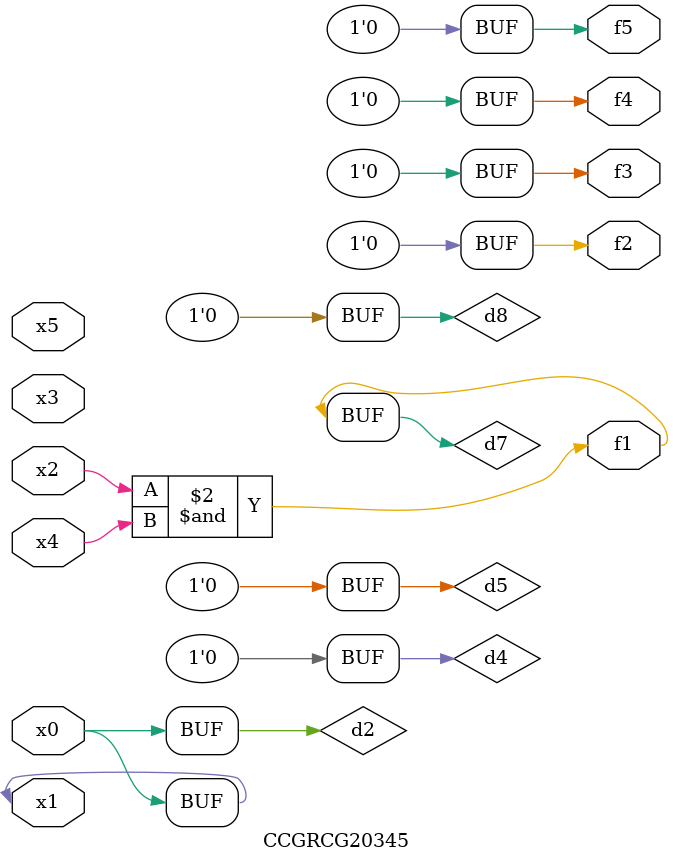
<source format=v>
module CCGRCG20345(
	input x0, x1, x2, x3, x4, x5,
	output f1, f2, f3, f4, f5
);

	wire d1, d2, d3, d4, d5, d6, d7, d8, d9;

	nand (d1, x1);
	buf (d2, x0, x1);
	nand (d3, x2, x4);
	and (d4, d1, d2);
	and (d5, d1, d2);
	nand (d6, d1, d3);
	not (d7, d3);
	xor (d8, d5);
	nor (d9, d5, d6);
	assign f1 = d7;
	assign f2 = d8;
	assign f3 = d8;
	assign f4 = d8;
	assign f5 = d8;
endmodule

</source>
